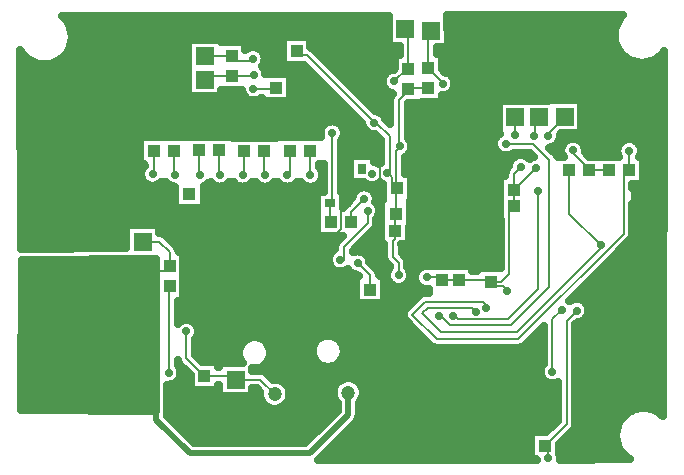
<source format=gbr>
G04 DipTrace 3.2.0.1*
G04 Bottom.gbr*
%MOMM*%
G04 #@! TF.FileFunction,Copper,L2,Bot*
G04 #@! TF.Part,Single*
G04 #@! TA.AperFunction,Conductor*
%ADD14C,0.2*%
%ADD15C,0.5*%
G04 #@! TA.AperFunction,CopperBalancing*
%ADD16C,0.635*%
%ADD17R,0.7X0.9*%
%ADD18R,0.9X0.7*%
%ADD19R,1.1X1.0*%
%ADD20R,1.0X1.1*%
G04 #@! TA.AperFunction,ComponentPad*
%ADD27R,1.2X1.2*%
%ADD28C,1.2*%
%ADD33R,1.5X1.5*%
G04 #@! TA.AperFunction,ViaPad*
%ADD43C,0.7*%
%ADD45C,1.6*%
%FSLAX35Y35*%
G04*
G71*
G90*
G75*
G01*
G04 Bottom*
%LPD*%
X-1182767Y3025200D2*
D14*
Y3021090D1*
X-1225660Y3063983D1*
Y3114533D1*
X-1262700Y3151573D1*
X-1182767Y3025200D2*
X-1186940D1*
Y3332447D1*
X-1144990Y3374397D1*
X-1158007D1*
X-1194270Y2662070D2*
Y2804647D1*
X-1193223D1*
X-916730Y3866030D2*
X-1079517D1*
X-1083793Y3861753D1*
X-2031413Y4183170D2*
Y4145857D1*
X-1943587D1*
X-1362497Y3564767D1*
X-1375380D1*
Y3576297D1*
X-1083793Y3861753D2*
X-1087077D1*
X-1050843Y3825520D1*
X-1106597D1*
X-1164073Y3768043D1*
Y3380463D1*
X-1158007Y3374397D1*
X-1375380Y3576297D2*
X-1358167D1*
X-1244043Y3462173D1*
Y3151573D1*
X-1262700D1*
X-1193223Y2804647D2*
Y3014743D1*
X-1182767Y3025200D1*
X-1166613Y2283997D2*
Y2391147D1*
X-1214327Y2438860D1*
Y2571240D1*
X-1194270Y2591297D1*
Y2662070D1*
X-3344433Y2305117D2*
X-3536050D1*
X-3540003Y2309070D1*
X-3727150D1*
X-3731103Y2313023D1*
X-3914550D1*
X-3914813Y2313287D1*
X-4109340D1*
X-4109603Y2313023D1*
Y2100850D1*
X-4105653Y2096900D1*
Y1882850D1*
X-4105913Y1882590D1*
Y1676567D1*
X-4109867Y1672613D1*
Y1470687D1*
X-4105393Y1466213D1*
Y1255457D1*
X-4100917Y1250980D1*
X-3910343D1*
X-3906127Y1255197D1*
X-3718203D1*
X-3717943Y1254937D1*
X-3518933D1*
X-3518673Y1255197D1*
X-3440330D1*
X-3438613Y1253480D1*
X-3333507D1*
X-3332307Y1254680D1*
X-4100917Y1250980D2*
X-4296550D1*
X-4301543Y1245987D1*
Y1449413D1*
X-4309917Y1457787D1*
Y1654177D1*
X-4291480Y1672613D1*
Y1886027D1*
X-4291220Y1886287D1*
Y2108963D1*
X-4289213Y2110970D1*
Y2296803D1*
X-4305437Y2313027D1*
X-4109603D1*
X-4105653Y2096900D2*
X-4275143D1*
X-4289213Y2110970D1*
X-4105913Y1882590D2*
X-4287523D1*
X-4291220Y1886287D1*
X-4109867Y1672613D2*
X-4291480D1*
X-4105393Y1466213D2*
X-4301490D1*
X-4309917Y1457787D1*
X-3103187Y2359123D2*
Y2318827D1*
X-3330723D1*
X-3344433Y2305117D1*
X-3103187Y2359123D2*
Y2477000D1*
X-3195160Y2568973D1*
X-3334267D1*
X-1593567Y1290190D2*
D15*
Y1101507D1*
X-1919857Y775217D1*
X-2934210D1*
X-3217500Y1058507D1*
Y1139873D1*
X-3332307Y1254680D1*
X-386747Y2225557D2*
D14*
Y2189003D1*
X-285810D1*
X-247560Y2150753D1*
X-191410Y2868850D2*
Y3006653D1*
X-191047D1*
X-657557Y2244430D2*
X-793717D1*
X-795953Y2246667D1*
X613990Y3173357D2*
X448493D1*
X447093Y3171957D1*
X-196073Y2987007D2*
X-204180D1*
X-2147Y3189040D1*
X-1117D1*
X447093Y3171957D2*
Y3181180D1*
X285263Y3343010D1*
X310723D1*
X-131693Y3203650D2*
X-128440D1*
X-193453Y3138637D1*
Y3004247D1*
X-191410Y2868850D2*
X-228117D1*
Y2294210D1*
X-296770Y2225557D1*
X-386747D1*
X-657557Y2244430D2*
X-405620D1*
X-386747Y2225557D1*
X-930290Y2265070D2*
X-814357D1*
X-795953Y2246667D1*
X-2814157Y1429467D2*
X-2966020Y1581330D1*
Y1807557D1*
X-2814157Y1429467D2*
X-2576193D1*
X-2547067Y1400340D1*
X-2338697D1*
X-2216303Y1277947D1*
X-2579037Y3972053D2*
Y3967167D1*
X-2409483D1*
X-2393257Y3983393D1*
X-2579037Y3972053D2*
X-2774040D1*
X-2807643Y3938450D1*
X-2579037Y4142053D2*
X-2802397D1*
X-2808167Y4136283D1*
X-2579037Y4142053D2*
Y4096477D1*
X-2420673D1*
X-2399763Y4117387D1*
X135070Y1466710D2*
Y1910137D1*
X215947Y1991013D1*
X-2031413Y4013170D2*
X-1910923D1*
X-1340360Y3442607D1*
X-2744817Y4303043D2*
X-2462540D1*
X-2034317Y3874820D1*
Y3869807D1*
X243573Y838830D2*
Y845490D1*
X376520Y978437D1*
Y1471403D1*
X-255213Y3161393D2*
Y3154890D1*
X-403450Y3006653D1*
X-361047D1*
X-1479927Y3053003D2*
Y3028507D1*
X-1615250Y2893183D1*
X-3331297Y2969157D2*
X-3110487D1*
X-3108003Y2971640D1*
X-1340360Y3442607D2*
Y3430143D1*
X-1323553Y3413337D1*
Y3047140D1*
X-1356447Y3014247D1*
X-1456140D1*
X-1479927Y3038033D1*
Y3053003D1*
X-1147517Y2549377D2*
X-1136963D1*
X-1024270Y2662070D1*
X-1615250Y2893183D2*
X-1650497D1*
Y2676200D1*
X-1710733Y2615963D1*
X-1927317D1*
X-1984787Y2673433D1*
Y2666617D1*
X-3108003Y2971640D2*
Y2653043D1*
X-3011887Y2556927D1*
X-2553693Y1141043D2*
X-2656063D1*
X-2755857Y1240837D1*
X-2669690Y1679417D2*
X-2734207D1*
X-2814157Y1599467D1*
X-1082510Y3180150D2*
Y3094943D1*
X-1012767Y3025200D1*
X-2669690Y1679417D2*
D15*
Y1687457D1*
X-2566180Y1790967D1*
X-2300867D1*
X-2216303Y1706403D1*
Y1477947D1*
X-1605810D1*
X-1593567Y1490190D1*
D14*
Y1803910D1*
X-1237403Y2160073D1*
X-1192807D1*
Y2033147D1*
X-1194043Y2031910D1*
X-1186633D1*
X-1152053Y2066490D1*
Y2178350D1*
X-913737Y2416667D1*
X-795953D1*
X-916730Y4036030D2*
X-793280Y3912580D1*
Y3904967D1*
X-916730Y4036030D2*
Y4329293D1*
X-892217Y4353807D1*
X-1083793Y4031753D2*
X-1096457D1*
X-1203937Y3924273D1*
X-1083793Y4031753D2*
Y4337343D1*
X-1110860Y4364410D1*
X-1919807Y3337740D2*
Y3137970D1*
X-1913877Y3132040D1*
X-2303883Y3332297D2*
Y3139910D1*
X-2297137Y3133163D1*
X-2689113Y3340160D2*
Y3141160D1*
X-2681517Y3133563D1*
X-3071323Y3337740D2*
Y3144833D1*
X-3060657Y3134167D1*
X277093Y3171957D2*
Y2805923D1*
X544013Y2539003D1*
Y2515927D1*
X-166597Y1805317D1*
X-810780D1*
X-968037Y1962573D1*
X-920670Y2009940D1*
X-543660D1*
X-509930Y1976210D1*
X783990Y3173357D2*
X784933Y3337077D1*
X783990Y3173357D2*
X738867Y3128233D1*
Y2953427D1*
Y2634990D1*
X-155227Y1740897D1*
X-841097D1*
X-1051403Y1951203D1*
X-943407Y2059200D1*
X-454583D1*
X-430350Y2034967D1*
Y2008507D1*
X-2396200Y3862890D2*
X-2211233D1*
X-2204317Y3869807D1*
X-1745250Y2893183D2*
Y2740200D1*
X-1739067Y2734017D1*
X-1728483Y3488000D2*
Y2909950D1*
X-1745250Y2893183D1*
X-1569067Y2734017D2*
Y2818950D1*
X-1458873Y2929143D1*
X-2089807Y3337740D2*
Y3150077D1*
X-2107783Y3132100D1*
X-2473883Y3332297D2*
Y3145830D1*
X-2487613Y3132100D1*
X-2859113Y3340160D2*
Y3137613D1*
X-2852643Y3131143D1*
X-3241323Y3337740D2*
Y3148207D1*
X-3248713Y3140817D1*
X-1407403Y2160073D2*
Y2282170D1*
X-1512990Y2387757D1*
X-3113170Y1456183D2*
Y2179140D1*
X-3103187Y2189123D1*
X73573Y838830D2*
X102423D1*
Y868307D1*
X254967Y1020850D1*
Y1897767D1*
X342177Y1984977D1*
X98360Y739983D2*
Y814043D1*
X73573Y838830D1*
X-1660043Y2415453D2*
X-1631573D1*
Y2520273D1*
X-1429227Y2722620D1*
Y2828887D1*
X-821050Y1934573D2*
X-807873D1*
X-735457Y1862157D1*
X-214550D1*
X108270Y2184977D1*
Y3261670D1*
X-27273Y3397213D1*
X-259910D1*
X-709850Y1936297D2*
X-692150D1*
X-665543Y1909690D1*
X-240193D1*
X16170Y2166053D1*
Y2998293D1*
X240537Y3627070D2*
X208793D1*
Y3592050D1*
X99513Y3482770D1*
Y3462963D1*
X24290Y3622463D2*
Y3585913D1*
X-11560Y3550063D1*
Y3461020D1*
X-16510D1*
X-177757Y3621220D2*
Y3468490D1*
X-177693Y3468427D1*
D43*
X-930290Y2265070D3*
X-1728483Y3488000D3*
X-1512990Y2387757D3*
X-509930Y1976210D3*
X-430350Y2008507D3*
X-1082510Y3180150D3*
X-3011887Y2556927D3*
X-1660043Y2415453D3*
X-1429227Y2828887D3*
X-1166613Y2283997D3*
X-1147517Y2549377D3*
X98360Y739983D3*
X215947Y1991013D3*
X342177Y1984977D3*
X-1392703Y3143940D3*
X-1458873Y2929143D3*
X-3331297Y2969157D3*
X-709850Y1936297D3*
X16170Y2998293D3*
X-821050Y1934573D3*
X-2669690Y1679417D3*
X-2755857Y1240837D3*
X-2966020Y1807557D3*
X-3113170Y1456183D3*
X784933Y3337077D3*
X310723Y3343010D3*
X544013Y2539003D3*
X-2396200Y3862890D3*
X-2393257Y3983393D3*
X-2399763Y4117387D3*
X-1158007Y3374397D3*
X-1262700Y3151573D3*
X-247560Y2150753D3*
X-1117Y3189040D3*
X-2744817Y4303043D3*
X-1340360Y3442607D3*
X-1375380Y3576297D3*
X99513Y3462963D3*
X-16510Y3461020D3*
X-177693Y3468427D3*
X-1203937Y3924273D3*
X-793280Y3904967D3*
X-1913877Y3132040D3*
X-2107783Y3132100D3*
X-2297137Y3133163D3*
X-2487613Y3132100D3*
X-2681517Y3133563D3*
X-2852643Y3131143D3*
X-3060657Y3134167D3*
X-3248713Y3140817D3*
X376520Y1471403D3*
D45*
X-4305437Y2313027D3*
X-4289213Y2110970D3*
X-4291220Y1886287D3*
X-4301543Y1245987D3*
X-4109603Y2313023D3*
X-3914813Y2313287D3*
X-3731103Y2313023D3*
X-3540003Y2309070D3*
X-3344433Y2305117D3*
X-4105653Y2096900D3*
X-4105913Y1882590D3*
X-4100917Y1250980D3*
X-3906127Y1255197D3*
X-3717943Y1254937D3*
X-3518673Y1255197D3*
X-3332307Y1254680D3*
X-4109867Y1672613D3*
X-4291480D3*
X-4309917Y1457787D3*
X-4105393Y1466213D3*
D43*
X-259910Y3397213D3*
X-131693Y3203650D3*
X-255213Y3161393D3*
X135070Y1466710D3*
X-1984787Y2666617D3*
X-1194043Y2031910D3*
X-3492660Y4061337D3*
X-3518043Y3110037D3*
X-1047113Y3018927D2*
D16*
X-340857D1*
X-1048937Y2955760D2*
X-341310D1*
X-1050760Y2892593D2*
X-341857D1*
X-1052490Y2829427D2*
X-342403D1*
X-1054313Y2766260D2*
X-342860D1*
X-1056137Y2703093D2*
X-343407D1*
X-1057960Y2639927D2*
X-343863D1*
X-1059693Y2576760D2*
X-344410D1*
X-1061513Y2513593D2*
X-344957D1*
X-1063337Y2450427D2*
X-345413D1*
X-1065160Y2387260D2*
X-345960D1*
X-886910Y2365957D2*
X-681663D1*
Y2363677D1*
X-543267Y2363720D1*
Y2354150D1*
X-339910Y2352480D1*
X-334017Y3075853D1*
X-1051773Y3081833D1*
X-1072290Y2358283D1*
X-966427Y2357517D1*
X-953470Y2361617D1*
X-938080Y2364053D1*
X-922500D1*
X-910247Y2362240D1*
X-910243Y2365957D1*
X-886910D1*
X-4353013Y2361500D2*
X-3229853D1*
X-4353287Y2298333D2*
X-3229853D1*
X-4353467Y2235167D2*
X-3229853D1*
X-4353650Y2172000D2*
X-3229853D1*
X-4353923Y2108833D2*
X-3229853D1*
X-4354107Y2045667D2*
X-3229853D1*
X-4354287Y1982500D2*
X-3229853D1*
X-4354560Y1919333D2*
X-3229853D1*
X-4354743Y1856167D2*
X-3229853D1*
X-4354927Y1793000D2*
X-3229853D1*
X-4355200Y1729833D2*
X-3229853D1*
X-4355380Y1666667D2*
X-3229853D1*
X-4355563Y1603500D2*
X-3229853D1*
X-4355837Y1540333D2*
X-3229853D1*
X-4356020Y1477167D2*
X-3229853D1*
X-4356203Y1414000D2*
X-3229853D1*
X-4356477Y1350833D2*
X-3229853D1*
X-4356657Y1287667D2*
X-3229853D1*
X-4356840Y1224500D2*
X-3229853D1*
X-4357113Y1161333D2*
X-3229853D1*
X-4359230Y2411623D2*
X-4363493Y1141057D1*
X-3223467Y1132670D1*
X-3223493Y2424393D1*
X-4359167Y2411597D1*
X-3962583Y4422747D2*
X-1256493D1*
X-746593D2*
X681633D1*
X-3935510Y4359580D2*
X-1256493D1*
X-746593D2*
X659757D1*
X-3927947Y4296413D2*
X-2152090D1*
X-1910797D2*
X-1256493D1*
X-746593D2*
X656383D1*
X-3937973Y4233247D2*
X-2953810D1*
X-2458403D2*
X-2152090D1*
X-1910797D2*
X-1256493D1*
X-746593D2*
X670787D1*
X-3968233Y4170080D2*
X-2953810D1*
X-2309287D2*
X-2152090D1*
X-1856383D2*
X-1164437D1*
X-836097D2*
X707153D1*
X-4365537Y4106913D2*
X-4300307D1*
X-4032400D2*
X-2953810D1*
X-2294703D2*
X-2152090D1*
X-1793220D2*
X-1204450D1*
X-796083D2*
X786907D1*
X1001130D2*
X1075837D1*
X-4365357Y4043747D2*
X-2953810D1*
X-2308103D2*
X-1952847D1*
X-1730057D2*
X-1204450D1*
X-796083D2*
X1075563D1*
X-4365263Y3980580D2*
X-2953263D1*
X-2078690D2*
X-1889683D1*
X-1666890D2*
X-1292040D1*
X-722620D2*
X1075290D1*
X-4365083Y3917413D2*
X-2953263D1*
X-2078690D2*
X-1826520D1*
X-1603727D2*
X-1309357D1*
X-688440D2*
X1075017D1*
X-4364990Y3854247D2*
X-2953263D1*
X-2078690D2*
X-1763353D1*
X-1540563D2*
X-1280647D1*
X-701567D2*
X1074743D1*
X-4364807Y3791080D2*
X-2471103D1*
X-2078690D2*
X-1700190D1*
X-1477400D2*
X-1241090D1*
X-796083D2*
X1074470D1*
X-4364717Y3727913D2*
X-1637027D1*
X-1414237D2*
X-1244733D1*
X-1083467D2*
X-323433D1*
X386167D2*
X1074197D1*
X-4364533Y3664747D2*
X-1573863D1*
X-1323910D2*
X-1244733D1*
X-1083467D2*
X-323433D1*
X386167D2*
X1073923D1*
X-4364443Y3601580D2*
X-1510700D1*
X-1083467D2*
X-323433D1*
X386167D2*
X1073650D1*
X-4364260Y3538413D2*
X-1820413D1*
X-1636630D2*
X-1473510D1*
X-1083467D2*
X-323433D1*
X386167D2*
X1073377D1*
X-4364170Y3475247D2*
X-1833263D1*
X-1623690D2*
X-1368510D1*
X-1083467D2*
X-327627D1*
X204423D2*
X1073013D1*
X-4363987Y3412080D2*
X-3366973D1*
X-1647843D2*
X-1324670D1*
X-1059770D2*
X-364450D1*
X191117D2*
X233013D1*
X388447D2*
X713533D1*
X856390D2*
X1072740D1*
X-4363897Y3348913D2*
X-3366973D1*
X-1647843D2*
X-1324670D1*
X-1055667D2*
X-353057D1*
X132417D2*
X204850D1*
X416157D2*
X679993D1*
X889840D2*
X1072467D1*
X-4363713Y3285747D2*
X-3366973D1*
X-1647843D2*
X-1588537D1*
X-1371307D2*
X-1324670D1*
X-1106343D2*
X-193913D1*
X-69470D2*
X-29943D1*
X909620D2*
X1072193D1*
X-4363623Y3222580D2*
X-3324590D1*
X-1647843D2*
X-1588537D1*
X-1106343D2*
X-235477D1*
X909620D2*
X1071920D1*
X-4363440Y3159413D2*
X-3352573D1*
X-1647843D2*
X-1588537D1*
X-1106343D2*
X-271117D1*
X909620D2*
X1071647D1*
X-4363350Y3096247D2*
X-3343823D1*
X-1647843D2*
X-1588537D1*
X-1057127D2*
X-316687D1*
X909620D2*
X1071373D1*
X-4363167Y3033080D2*
X-3066650D1*
X-2809403D2*
X-2501270D1*
X-2473940D2*
X-2121467D1*
X-2094080D2*
X-1809110D1*
X-1647843D2*
X-1308447D1*
X-1057127D2*
X-316687D1*
X819477D2*
X1071100D1*
X-4363077Y2969913D2*
X-3066650D1*
X-2809403D2*
X-1860880D1*
X-1629613D2*
X-1555723D1*
X-1362010D2*
X-1308447D1*
X-1057127D2*
X-317053D1*
X843173D2*
X1070827D1*
X-4362893Y2906747D2*
X-3066650D1*
X-2809403D2*
X-1860880D1*
X-1629613D2*
X-1592640D1*
X-1355810D2*
X-1318837D1*
X-1067607D2*
X-317053D1*
X832873D2*
X1070550D1*
X-4362803Y2843580D2*
X-1864710D1*
X-1067607D2*
X-317053D1*
X819477D2*
X1070277D1*
X-4362620Y2780413D2*
X-1864710D1*
X-1067607D2*
X-317053D1*
X819477D2*
X1070003D1*
X-4362530Y2717247D2*
X-1864710D1*
X-1067607D2*
X-308757D1*
X819477D2*
X1069730D1*
X-4362347Y2654080D2*
X-3479903D1*
X-3188663D2*
X-1864710D1*
X-1386343D2*
X-1319930D1*
X-1068610D2*
X-308757D1*
X819477D2*
X1069457D1*
X-4362257Y2590913D2*
X-3479903D1*
X-3105720D2*
X-1672300D1*
X-1449510D2*
X-1319930D1*
X-1068610D2*
X-308757D1*
X804983D2*
X1069183D1*
X-4362073Y2527747D2*
X-3479903D1*
X-3042557D2*
X-1711857D1*
X-1512673D2*
X-1294957D1*
X-1133690D2*
X-308757D1*
X743003D2*
X1068910D1*
X-2982583Y2464580D2*
X-1752690D1*
X-1443767D2*
X-1294957D1*
X-1128677D2*
X-308757D1*
X679840D2*
X1068637D1*
X-2982583Y2401413D2*
X-1764723D1*
X-1408310D2*
X-1284840D1*
X-1086657D2*
X-308757D1*
X616677D2*
X1068363D1*
X-2982583Y2338247D2*
X-1728810D1*
X-1352073D2*
X-1256127D1*
X-1077087D2*
X-1003747D1*
X553513D2*
X1068090D1*
X-2982583Y2275080D2*
X-1511700D1*
X-1326737D2*
X-1271897D1*
X490347D2*
X1067817D1*
X-2982583Y2211913D2*
X-1533030D1*
X-1281800D2*
X-1241270D1*
X-1091943D2*
X-1020517D1*
X427183D2*
X1067543D1*
X-2982583Y2148747D2*
X-1533030D1*
X-1281800D2*
X-916610D1*
X364020D2*
X1067270D1*
X-2982583Y2085580D2*
X-1533030D1*
X-1281800D2*
X-1028447D1*
X300857D2*
X1066997D1*
X-3032530Y2022413D2*
X-1091610D1*
X440490D2*
X1066723D1*
X-3032530Y1959247D2*
X-1131623D1*
X444410D2*
X1066450D1*
X-2914677Y1896080D2*
X-1107650D1*
X392730D2*
X1066177D1*
X-2863637Y1832913D2*
X-1044487D1*
X335583D2*
X1065903D1*
X-2867830Y1769747D2*
X-1795620D1*
X-1731513D2*
X-981323D1*
X-14963D2*
X54457D1*
X335583D2*
X1065630D1*
X-2885420Y1706580D2*
X-2498810D1*
X-2273833D2*
X-1884123D1*
X-1643010D2*
X-918160D1*
X-78130D2*
X54457D1*
X335583D2*
X1065357D1*
X-2885420Y1643413D2*
X-2523783D1*
X-2248767D2*
X-1901987D1*
X-1625147D2*
X54457D1*
X335583D2*
X1065083D1*
X-2853520Y1580247D2*
X-2515853D1*
X-2256787D2*
X-1887587D1*
X-1639547D2*
X54457D1*
X335583D2*
X1064810D1*
X-2308193Y1517080D2*
X-1817770D1*
X-1709367D2*
X43157D1*
X335583D2*
X1064537D1*
X-3007557Y1453913D2*
X-2949983D1*
X-2280850D2*
X30213D1*
X335583D2*
X1064263D1*
X-3032167Y1390747D2*
X-2934760D1*
X-2157803D2*
X-1672937D1*
X-1514130D2*
X64757D1*
X335583D2*
X1063990D1*
X-3121123Y1327580D2*
X-2934760D1*
X-2096007D2*
X-1718420D1*
X-1468650D2*
X174313D1*
X335583D2*
X1063717D1*
X-3121123Y1264413D2*
X-2692677D1*
X-2401437D2*
X-2346233D1*
X-2086437D2*
X-1721520D1*
X-1465640D2*
X174313D1*
X335583D2*
X1063443D1*
X-3121123Y1201247D2*
X-2320437D1*
X-2112140D2*
X-1689163D1*
X-1497907D2*
X174313D1*
X335583D2*
X1063170D1*
X-3121123Y1138080D2*
X-1689617D1*
X-1497907D2*
X174313D1*
X335583D2*
X804953D1*
X1009880D2*
X1062897D1*
X-3101253Y1074913D2*
X-1752783D1*
X-1502010D2*
X174313D1*
X335583D2*
X722373D1*
X-3038090Y1011747D2*
X-1815947D1*
X-1550680D2*
X134483D1*
X335037D2*
X685097D1*
X-2974927Y948580D2*
X-1879110D1*
X-1613843D2*
X-52090D1*
X294110D2*
X669967D1*
X-2911760Y885413D2*
X-1942273D1*
X-1677010D2*
X-52090D1*
X230947D2*
X672700D1*
X-1740173Y822247D2*
X-52090D1*
X199227D2*
X693847D1*
X-1803337Y759080D2*
X-52090D1*
X202143D2*
X740693D1*
X-1558883Y3295293D2*
X-1377637D1*
X-1377170Y3242007D1*
X-1362020Y3238370D1*
X-1347627Y3232407D1*
X-1332167Y3222550D1*
X-1318353Y3233710D1*
X-1318333Y3431483D1*
X-1364570Y3477637D1*
X-1375380Y3477007D1*
X-1390913Y3478230D1*
X-1406063Y3481867D1*
X-1420457Y3487830D1*
X-1433740Y3495970D1*
X-1445590Y3506087D1*
X-1455707Y3517937D1*
X-1463847Y3531220D1*
X-1469810Y3545613D1*
X-1473447Y3560763D1*
X-1474490Y3571700D1*
X-1966653Y4063863D1*
X-2145703Y4063880D1*
Y4302460D1*
X-1917123D1*
Y4215233D1*
X-1904770Y4209200D1*
X-1895340Y4202347D1*
X-1742563Y4049897D1*
X-1367590Y3675280D1*
X-1352200Y3672843D1*
X-1337383Y3668030D1*
X-1323500Y3660957D1*
X-1310897Y3651797D1*
X-1299880Y3640780D1*
X-1290720Y3628177D1*
X-1283647Y3614293D1*
X-1279833Y3603023D1*
X-1238413Y3561607D1*
X-1238133Y3773873D1*
X-1236310Y3785387D1*
X-1232710Y3796473D1*
X-1227417Y3806860D1*
X-1220563Y3816290D1*
X-1216587Y3820590D1*
X-1219470Y3826207D1*
X-1234620Y3829843D1*
X-1249013Y3835807D1*
X-1262297Y3843947D1*
X-1274147Y3854063D1*
X-1284263Y3865913D1*
X-1292403Y3879197D1*
X-1298367Y3893590D1*
X-1302003Y3908740D1*
X-1303227Y3924273D1*
X-1302003Y3939807D1*
X-1298367Y3954957D1*
X-1292403Y3969350D1*
X-1284263Y3982633D1*
X-1274147Y3994483D1*
X-1262297Y4004600D1*
X-1249013Y4012740D1*
X-1234620Y4018703D1*
X-1219470Y4022340D1*
X-1209930Y4023327D1*
X-1198140Y4035130D1*
X-1198083Y4151043D1*
X-1158070D1*
X-1158237Y4225120D1*
X-1250150D1*
Y4482387D1*
X-4016750Y4478147D1*
X-4002250Y4464863D1*
X-3989880Y4451483D1*
X-3978597Y4437173D1*
X-3968473Y4422020D1*
X-3959570Y4406120D1*
X-3951940Y4389570D1*
X-3945633Y4372473D1*
X-3940687Y4354937D1*
X-3937130Y4337063D1*
X-3934990Y4318967D1*
X-3934273Y4300757D1*
X-3934990Y4282547D1*
X-3937130Y4264450D1*
X-3940687Y4246577D1*
X-3945633Y4229040D1*
X-3951940Y4211943D1*
X-3959570Y4195393D1*
X-3968473Y4179493D1*
X-3978597Y4164340D1*
X-3989880Y4150030D1*
X-4002250Y4136650D1*
X-4015630Y4124280D1*
X-4029940Y4112997D1*
X-4045093Y4102873D1*
X-4060993Y4093970D1*
X-4077543Y4086340D1*
X-4094640Y4080033D1*
X-4112177Y4075087D1*
X-4130050Y4071530D1*
X-4148147Y4069390D1*
X-4166357Y4068673D1*
X-4184567Y4069390D1*
X-4202663Y4071530D1*
X-4220537Y4075087D1*
X-4238073Y4080033D1*
X-4255170Y4086340D1*
X-4271720Y4093970D1*
X-4287620Y4102873D1*
X-4302773Y4112997D1*
X-4317083Y4124280D1*
X-4330463Y4136650D1*
X-4342833Y4150030D1*
X-4354117Y4164340D1*
X-4364240Y4179493D1*
X-4372067Y4193467D1*
X-4368260Y2507540D1*
X-3473540Y2517557D1*
X-3473557Y2708263D1*
X-3194977D1*
Y2643277D1*
X-3183540Y2642350D1*
X-3172203Y2639627D1*
X-3161433Y2635167D1*
X-3151493Y2629077D1*
X-3142613Y2621487D1*
X-3046697Y2525247D1*
X-3039843Y2515817D1*
X-3034550Y2505430D1*
X-3030950Y2494343D1*
X-3029123Y2482807D1*
X-3007477Y2478413D1*
X-2988897D1*
Y2069833D1*
X-3038937D1*
X-3038880Y1874987D1*
X-3030503Y1883057D1*
X-3017900Y1892217D1*
X-3004017Y1899290D1*
X-2989200Y1904103D1*
X-2973810Y1906540D1*
X-2958230D1*
X-2942840Y1904103D1*
X-2928023Y1899290D1*
X-2914140Y1892217D1*
X-2901537Y1883057D1*
X-2890520Y1872040D1*
X-2881360Y1859437D1*
X-2874287Y1845553D1*
X-2869473Y1830737D1*
X-2867037Y1815347D1*
Y1799767D1*
X-2869473Y1784377D1*
X-2874287Y1769560D1*
X-2881360Y1755677D1*
X-2891740Y1741753D1*
X-2891730Y1612050D1*
X-2828350Y1548723D1*
X-2699867Y1548757D1*
Y1503820D1*
X-2686280Y1503757D1*
X-2686357Y1539630D1*
X-2484467D1*
X-2493160Y1550310D1*
X-2503990Y1567983D1*
X-2511923Y1587130D1*
X-2516760Y1607283D1*
X-2518387Y1627947D1*
X-2516760Y1648610D1*
X-2511923Y1668763D1*
X-2503990Y1687910D1*
X-2493160Y1705583D1*
X-2479700Y1721343D1*
X-2463940Y1734803D1*
X-2446267Y1745633D1*
X-2427120Y1753567D1*
X-2406967Y1758403D1*
X-2386303Y1760030D1*
X-2365640Y1758403D1*
X-2345487Y1753567D1*
X-2326340Y1745633D1*
X-2308667Y1734803D1*
X-2292907Y1721343D1*
X-2279447Y1705583D1*
X-2268617Y1687910D1*
X-2260683Y1668763D1*
X-2255847Y1648610D1*
X-2254220Y1627947D1*
X-2255847Y1607283D1*
X-2260683Y1587130D1*
X-2268617Y1567983D1*
X-2279447Y1550310D1*
X-2292907Y1534550D1*
X-2308667Y1521090D1*
X-2326340Y1510260D1*
X-2345487Y1502327D1*
X-2365640Y1497490D1*
X-2386303Y1495863D1*
X-2407800Y1497657D1*
X-2407777Y1474643D1*
X-2332867Y1474400D1*
X-2321353Y1472577D1*
X-2310267Y1468977D1*
X-2299880Y1463683D1*
X-2290450Y1456830D1*
X-2234283Y1400990D1*
X-2216303Y1402237D1*
X-2196860Y1400707D1*
X-2177897Y1396153D1*
X-2159877Y1388690D1*
X-2143247Y1378500D1*
X-2128417Y1365833D1*
X-2115750Y1351003D1*
X-2105560Y1334373D1*
X-2098097Y1316353D1*
X-2093543Y1297390D1*
X-2092013Y1277947D1*
X-2093543Y1258503D1*
X-2098097Y1239540D1*
X-2105560Y1221520D1*
X-2115750Y1204890D1*
X-2128417Y1190060D1*
X-2143247Y1177393D1*
X-2159877Y1167203D1*
X-2177897Y1159740D1*
X-2196860Y1155187D1*
X-2216303Y1153657D1*
X-2235747Y1155187D1*
X-2254710Y1159740D1*
X-2272730Y1167203D1*
X-2289360Y1177393D1*
X-2304190Y1190060D1*
X-2316857Y1204890D1*
X-2327047Y1221520D1*
X-2334510Y1239540D1*
X-2339063Y1258503D1*
X-2340593Y1277947D1*
X-2339247Y1295837D1*
X-2369440Y1326023D1*
X-2407693Y1326050D1*
X-2407777Y1261050D1*
X-2686357D1*
Y1355203D1*
X-2699877Y1355177D1*
X-2699867Y1310177D1*
X-2928447D1*
Y1438783D1*
X-3022510Y1533083D1*
X-3029363Y1542513D1*
X-3034657Y1552900D1*
X-3038263Y1564010D1*
X-3038880Y1522070D1*
X-3028510Y1508063D1*
X-3021437Y1494180D1*
X-3016623Y1479363D1*
X-3014187Y1463973D1*
Y1448393D1*
X-3016623Y1433003D1*
X-3021437Y1418187D1*
X-3028510Y1404303D1*
X-3037670Y1391700D1*
X-3048687Y1380683D1*
X-3061290Y1371523D1*
X-3075173Y1364450D1*
X-3089990Y1359637D1*
X-3105380Y1357200D1*
X-3120960D1*
X-3127463Y1357970D1*
X-3127693Y1095143D1*
X-2897273Y864553D1*
X-1956853Y864507D1*
X-1682850Y1138497D1*
X-1682857Y1203680D1*
X-1694120Y1217133D1*
X-1704310Y1233763D1*
X-1711773Y1251783D1*
X-1716327Y1270747D1*
X-1717857Y1290190D1*
X-1716327Y1309633D1*
X-1711773Y1328597D1*
X-1704310Y1346617D1*
X-1694120Y1363247D1*
X-1681453Y1378077D1*
X-1666623Y1390743D1*
X-1649993Y1400933D1*
X-1631973Y1408397D1*
X-1613010Y1412950D1*
X-1593567Y1414480D1*
X-1574123Y1412950D1*
X-1555160Y1408397D1*
X-1537140Y1400933D1*
X-1520510Y1390743D1*
X-1505680Y1378077D1*
X-1493013Y1363247D1*
X-1482823Y1346617D1*
X-1475360Y1328597D1*
X-1470807Y1309633D1*
X-1469277Y1290190D1*
X-1470807Y1270747D1*
X-1475360Y1251783D1*
X-1482823Y1233763D1*
X-1493013Y1217133D1*
X-1504257Y1203843D1*
X-1504550Y1094500D1*
X-1506743Y1080663D1*
X-1511073Y1067337D1*
X-1517433Y1054853D1*
X-1525670Y1043517D1*
X-1629423Y939373D1*
X-1848767Y720033D1*
X577Y722843D1*
X283Y724543D1*
X-45717Y724540D1*
Y953120D1*
X82160D1*
X180660Y1051607D1*
X180147Y1378243D1*
X165753Y1372280D1*
X150603Y1368643D1*
X135070Y1367420D1*
X119537Y1368643D1*
X104387Y1372280D1*
X89993Y1378243D1*
X76710Y1386383D1*
X64860Y1396500D1*
X54743Y1408350D1*
X46603Y1421633D1*
X40640Y1436027D1*
X37003Y1451177D1*
X35780Y1466710D1*
X37003Y1482243D1*
X40640Y1497393D1*
X46603Y1511787D1*
X54743Y1525070D1*
X60790Y1532513D1*
X60780Y1851800D1*
X-106980Y1684407D1*
X-116410Y1677553D1*
X-126797Y1672260D1*
X-137883Y1668660D1*
X-149397Y1666837D1*
X-365227Y1666607D1*
X-846927Y1666837D1*
X-858440Y1668660D1*
X-869527Y1672260D1*
X-879913Y1677553D1*
X-889343Y1684407D1*
X-1042120Y1836857D1*
X-1107893Y1902957D1*
X-1114747Y1912387D1*
X-1120040Y1922773D1*
X-1123640Y1933860D1*
X-1125463Y1945373D1*
Y1957033D1*
X-1123640Y1968547D1*
X-1120040Y1979633D1*
X-1114747Y1990020D1*
X-1107893Y1999450D1*
X-995937Y2111730D1*
X-987073Y2119303D1*
X-977133Y2125393D1*
X-966363Y2129853D1*
X-955027Y2132577D1*
X-943407Y2133490D1*
X-910320D1*
X-910243Y2167753D1*
X-922500Y2166087D1*
X-938080D1*
X-953470Y2168523D1*
X-968287Y2173337D1*
X-982170Y2180410D1*
X-994773Y2189570D1*
X-1005790Y2200587D1*
X-1014950Y2213190D1*
X-1022023Y2227073D1*
X-1026837Y2241890D1*
X-1029273Y2257280D1*
Y2272860D1*
X-1026837Y2288250D1*
X-1022023Y2303067D1*
X-1014950Y2316950D1*
X-1005790Y2329553D1*
X-994773Y2340570D1*
X-982170Y2349730D1*
X-968287Y2356803D1*
X-953470Y2361617D1*
X-938080Y2364053D1*
X-922500D1*
X-910247Y2362240D1*
X-910243Y2365957D1*
X-681663D1*
Y2363677D1*
X-543267Y2363720D1*
Y2318783D1*
X-501060Y2318720D1*
X-501037Y2344847D1*
X-302430D1*
X-302407Y2754587D1*
X-310700Y2754560D1*
X-310337Y3120943D1*
X-267770D1*
X-267513Y3144467D1*
X-265690Y3155980D1*
X-262090Y3167067D1*
X-256797Y3177453D1*
X-249943Y3186883D1*
X-230677Y3211440D1*
X-228240Y3226830D1*
X-223427Y3241647D1*
X-216353Y3255530D1*
X-207193Y3268133D1*
X-196177Y3279150D1*
X-183573Y3288310D1*
X-169690Y3295383D1*
X-154873Y3300197D1*
X-139483Y3302633D1*
X-123903D1*
X-108513Y3300197D1*
X-93697Y3295383D1*
X-79813Y3288310D1*
X-67210Y3279150D1*
X-58197Y3270303D1*
X-46193Y3277507D1*
X-31800Y3283470D1*
X-21280Y3286187D1*
X-58017Y3322893D1*
X-193980Y3322923D1*
X-208030Y3312553D1*
X-221913Y3305480D1*
X-236730Y3300667D1*
X-252120Y3298230D1*
X-267700D1*
X-283090Y3300667D1*
X-297907Y3305480D1*
X-311790Y3312553D1*
X-324393Y3321713D1*
X-335410Y3332730D1*
X-344570Y3345333D1*
X-351643Y3359217D1*
X-356457Y3374033D1*
X-358893Y3389423D1*
Y3405003D1*
X-356457Y3420393D1*
X-351643Y3435210D1*
X-344570Y3449093D1*
X-335410Y3461697D1*
X-324393Y3472713D1*
X-311710Y3481917D1*
X-317047Y3481930D1*
Y3760510D1*
X-114977D1*
X-115000Y3761753D1*
X101290D1*
X101247Y3766360D1*
X379827D1*
Y3487780D1*
X209657D1*
X198497Y3470753D1*
Y3455173D1*
X196060Y3439783D1*
X191247Y3424967D1*
X184173Y3411083D1*
X175013Y3398480D1*
X163997Y3387463D1*
X151393Y3378303D1*
X137510Y3371230D1*
X122693Y3366417D1*
X110600Y3364370D1*
X164760Y3309917D1*
X171613Y3300487D1*
X176913Y3290077D1*
X181137Y3286247D1*
X229170D1*
X222257Y3297933D1*
X216293Y3312327D1*
X211887Y3331390D1*
X210973Y3343010D1*
X211893Y3354653D1*
X216293Y3373693D1*
X222257Y3388087D1*
X230397Y3401370D1*
X240513Y3413220D1*
X252363Y3423337D1*
X265647Y3431477D1*
X280040Y3437440D1*
X295190Y3441077D1*
X310723Y3442300D1*
X326257Y3441077D1*
X341407Y3437440D1*
X355800Y3431477D1*
X369083Y3423337D1*
X380933Y3413220D1*
X391050Y3401370D1*
X399190Y3388087D1*
X405153Y3373693D1*
X408790Y3358543D1*
X410013Y3343010D1*
X408310Y3325057D1*
X447037Y3286300D1*
X494690Y3286247D1*
X494700Y3287647D1*
X698880D1*
X693200Y3299080D1*
X688387Y3313897D1*
X685950Y3329287D1*
Y3344867D1*
X688387Y3360257D1*
X693200Y3375073D1*
X700273Y3388957D1*
X709433Y3401560D1*
X720450Y3412577D1*
X733053Y3421737D1*
X746937Y3428810D1*
X761753Y3433623D1*
X777143Y3436060D1*
X792723D1*
X808113Y3433623D1*
X822930Y3428810D1*
X836813Y3421737D1*
X849417Y3412577D1*
X860433Y3401560D1*
X869593Y3388957D1*
X876667Y3375073D1*
X881480Y3360257D1*
X883917Y3344867D1*
Y3329287D1*
X881480Y3313897D1*
X876667Y3299080D1*
X870977Y3287670D1*
X903280Y3287647D1*
Y3059067D1*
X813137D1*
X813157Y3019313D1*
X823527Y3005307D1*
X830600Y2991423D1*
X835413Y2976607D1*
X837850Y2961217D1*
Y2945637D1*
X835413Y2930247D1*
X830600Y2915430D1*
X823527Y2901547D1*
X813147Y2887623D1*
X812927Y2629160D1*
X811103Y2617647D1*
X807503Y2606560D1*
X802210Y2596173D1*
X795357Y2586743D1*
X642907Y2433967D1*
X277667Y2068730D1*
X282643Y2064467D1*
X297100Y2073443D1*
X311493Y2079407D1*
X326643Y2083043D1*
X342177Y2084267D1*
X357710Y2083043D1*
X372860Y2079407D1*
X387253Y2073443D1*
X400537Y2065303D1*
X412387Y2055187D1*
X422503Y2043337D1*
X430643Y2030053D1*
X436607Y2015660D1*
X440243Y2000510D1*
X441467Y1984977D1*
X440243Y1969443D1*
X436607Y1954293D1*
X430643Y1939900D1*
X422503Y1926617D1*
X412387Y1914767D1*
X400537Y1904650D1*
X387253Y1896510D1*
X372860Y1890547D1*
X357710Y1886910D1*
X348170Y1885923D1*
X329290Y1867030D1*
X329027Y1015020D1*
X327203Y1003507D1*
X323603Y992420D1*
X318310Y982033D1*
X311457Y972603D1*
X192840Y853663D1*
X192863Y770373D1*
X196427Y755517D1*
X197650Y739983D1*
X196173Y723167D1*
X794457Y724050D1*
X770977Y739067D1*
X756667Y750350D1*
X743287Y762720D1*
X730917Y776100D1*
X719633Y790410D1*
X709510Y805563D1*
X700607Y821463D1*
X692977Y838013D1*
X686670Y855110D1*
X681723Y872647D1*
X678167Y890520D1*
X676027Y908617D1*
X675310Y926827D1*
X676027Y945037D1*
X678167Y963133D1*
X681723Y981007D1*
X686670Y998543D1*
X692977Y1015640D1*
X700607Y1032190D1*
X709510Y1048090D1*
X719633Y1063243D1*
X730917Y1077553D1*
X743287Y1090933D1*
X756667Y1103303D1*
X770977Y1114587D1*
X786130Y1124710D1*
X802030Y1133613D1*
X818580Y1141243D1*
X835677Y1147550D1*
X853213Y1152497D1*
X871087Y1156053D1*
X889183Y1158193D1*
X907393Y1158910D1*
X925603Y1158193D1*
X943700Y1156053D1*
X961573Y1152497D1*
X979110Y1147550D1*
X996207Y1141243D1*
X1012757Y1133613D1*
X1028657Y1124710D1*
X1043810Y1114587D1*
X1058120Y1103303D1*
X1069043Y1093207D1*
X1082487Y4180563D1*
X1070493Y4165247D1*
X1058123Y4151867D1*
X1044743Y4139497D1*
X1030433Y4128213D1*
X1015280Y4118090D1*
X999380Y4109187D1*
X982830Y4101557D1*
X965733Y4095250D1*
X948197Y4090303D1*
X930323Y4086747D1*
X912227Y4084607D1*
X894017Y4083890D1*
X875807Y4084607D1*
X857710Y4086747D1*
X839837Y4090303D1*
X822300Y4095250D1*
X805203Y4101557D1*
X788653Y4109187D1*
X772753Y4118090D1*
X757600Y4128213D1*
X743290Y4139497D1*
X729910Y4151867D1*
X717540Y4165247D1*
X706257Y4179557D1*
X696133Y4194710D1*
X687230Y4210610D1*
X679600Y4227160D1*
X673293Y4244257D1*
X668347Y4261793D1*
X664790Y4279667D1*
X662650Y4297763D1*
X661933Y4315973D1*
X662650Y4334183D1*
X664790Y4352280D1*
X668347Y4370153D1*
X673293Y4387690D1*
X679600Y4404787D1*
X687230Y4421337D1*
X696133Y4437237D1*
X706257Y4452390D1*
X717540Y4466700D1*
X735607Y4485347D1*
X-753003Y4483087D1*
X-752927Y4214517D1*
X-842523D1*
X-842440Y4155297D1*
X-802440Y4155320D1*
Y4026713D1*
X-778803Y4003167D1*
X-762597Y3999397D1*
X-748203Y3993433D1*
X-734920Y3985293D1*
X-723070Y3975177D1*
X-712953Y3963327D1*
X-704813Y3950043D1*
X-698850Y3935650D1*
X-695213Y3920500D1*
X-693990Y3904967D1*
X-695213Y3889433D1*
X-698850Y3874283D1*
X-704813Y3859890D1*
X-712953Y3846607D1*
X-723070Y3834757D1*
X-734920Y3824640D1*
X-748203Y3816500D1*
X-762597Y3810537D1*
X-777747Y3806900D1*
X-793280Y3805677D1*
X-802430Y3806143D1*
X-802440Y3746740D1*
X-969510D1*
X-969503Y3742463D1*
X-1084620D1*
X-1089837Y3737220D1*
X-1089783Y3446573D1*
X-1077680Y3432757D1*
X-1069540Y3419473D1*
X-1063577Y3405080D1*
X-1059940Y3389930D1*
X-1058717Y3374397D1*
X-1059940Y3358863D1*
X-1063577Y3343713D1*
X-1069540Y3329320D1*
X-1077680Y3316037D1*
X-1087797Y3304187D1*
X-1099647Y3294070D1*
X-1112650Y3285780D1*
Y3139490D1*
X-1063477D1*
Y2910910D1*
X-1073957D1*
X-1073933Y2690357D1*
X-1074937D1*
X-1074980Y2547780D1*
X-1134167Y2547630D1*
X-1137793Y2543033D1*
X-1140037Y2524573D1*
Y2469613D1*
X-1110123Y2439393D1*
X-1103270Y2429963D1*
X-1097977Y2419577D1*
X-1094377Y2408490D1*
X-1092553Y2396977D1*
X-1092323Y2349857D1*
X-1081953Y2335877D1*
X-1074880Y2321993D1*
X-1070067Y2307177D1*
X-1067630Y2291787D1*
Y2276207D1*
X-1070067Y2260817D1*
X-1074880Y2246000D1*
X-1081953Y2232117D1*
X-1091113Y2219513D1*
X-1102130Y2208497D1*
X-1114733Y2199337D1*
X-1128617Y2192263D1*
X-1143433Y2187450D1*
X-1158823Y2185013D1*
X-1174403D1*
X-1189793Y2187450D1*
X-1204610Y2192263D1*
X-1218493Y2199337D1*
X-1231097Y2208497D1*
X-1242113Y2219513D1*
X-1251273Y2232117D1*
X-1258347Y2246000D1*
X-1263160Y2260817D1*
X-1265597Y2276207D1*
Y2291787D1*
X-1263160Y2307177D1*
X-1258347Y2321993D1*
X-1251273Y2335877D1*
X-1240893Y2349800D1*
X-1240903Y2360287D1*
X-1270817Y2390613D1*
X-1277670Y2400043D1*
X-1282963Y2410430D1*
X-1286563Y2421517D1*
X-1288387Y2433030D1*
X-1288617Y2547780D1*
X-1313560D1*
Y2776360D1*
X-1312557D1*
X-1312513Y2918937D1*
X-1302030D1*
X-1302057Y3060480D1*
X-1314580Y3066913D1*
X-1323237Y3072963D1*
X-1334343Y3063613D1*
X-1347627Y3055473D1*
X-1362020Y3049510D1*
X-1377170Y3045873D1*
X-1392703Y3044650D1*
X-1408237Y3045873D1*
X-1423387Y3049510D1*
X-1437780Y3055473D1*
X-1451063Y3063613D1*
X-1459670Y3070733D1*
X-1582217Y3070713D1*
Y3295293D1*
X-1558883D1*
X-1831207Y2992473D2*
X-1802860D1*
X-1802773Y3223400D1*
X-1844903Y3223450D1*
X-1844907Y3203427D1*
X-1833550Y3190400D1*
X-1825410Y3177117D1*
X-1819447Y3162723D1*
X-1815810Y3147573D1*
X-1814587Y3132040D1*
X-1815810Y3116507D1*
X-1819447Y3101357D1*
X-1825410Y3086963D1*
X-1833550Y3073680D1*
X-1843667Y3061830D1*
X-1855517Y3051713D1*
X-1868800Y3043573D1*
X-1883193Y3037610D1*
X-1898343Y3033973D1*
X-1913877Y3032750D1*
X-1929410Y3033973D1*
X-1944560Y3037610D1*
X-1958953Y3043573D1*
X-1972237Y3051713D1*
X-1984087Y3061830D1*
X-1991093Y3069733D1*
X-2030453Y3069737D1*
X-2043300Y3056600D1*
X-2055903Y3047440D1*
X-2069787Y3040367D1*
X-2084603Y3035553D1*
X-2099993Y3033117D1*
X-2115573D1*
X-2130963Y3035553D1*
X-2145780Y3040367D1*
X-2159663Y3047440D1*
X-2172267Y3056600D1*
X-2184963Y3069743D1*
X-2220763Y3069737D1*
X-2232653Y3057663D1*
X-2245257Y3048503D1*
X-2259140Y3041430D1*
X-2273957Y3036617D1*
X-2289347Y3034180D1*
X-2304927D1*
X-2320317Y3036617D1*
X-2335133Y3041430D1*
X-2349017Y3048503D1*
X-2361620Y3057663D1*
X-2373487Y3069757D1*
X-2410347Y3069737D1*
X-2423130Y3056600D1*
X-2435733Y3047440D1*
X-2449617Y3040367D1*
X-2464433Y3035553D1*
X-2479823Y3033117D1*
X-2495403D1*
X-2510793Y3035553D1*
X-2525610Y3040367D1*
X-2539493Y3047440D1*
X-2552097Y3056600D1*
X-2564793Y3069743D1*
X-2605400Y3069737D1*
X-2617033Y3058063D1*
X-2629637Y3048903D1*
X-2643520Y3041830D1*
X-2658337Y3037017D1*
X-2673727Y3034580D1*
X-2689307D1*
X-2704697Y3037017D1*
X-2719513Y3041830D1*
X-2733397Y3048903D1*
X-2746000Y3058063D1*
X-2757527Y3069727D1*
X-2777143Y3066660D1*
X-2788160Y3055643D1*
X-2800763Y3046483D1*
X-2815703Y3039020D1*
X-2815713Y2854350D1*
X-3060293D1*
X-3060657Y3034877D1*
X-3076190Y3036100D1*
X-3091340Y3039737D1*
X-3105733Y3045700D1*
X-3119017Y3053840D1*
X-3130867Y3063957D1*
X-3136213Y3069753D1*
X-3179437Y3069737D1*
X-3190353Y3060490D1*
X-3203637Y3052350D1*
X-3218030Y3046387D1*
X-3233180Y3042750D1*
X-3248713Y3041527D1*
X-3264247Y3042750D1*
X-3279397Y3046387D1*
X-3293790Y3052350D1*
X-3307073Y3060490D1*
X-3318923Y3070607D1*
X-3329040Y3082457D1*
X-3337180Y3095740D1*
X-3343143Y3110133D1*
X-3346780Y3125283D1*
X-3348003Y3140817D1*
X-3346780Y3156350D1*
X-3343143Y3171500D1*
X-3337180Y3185893D1*
X-3329040Y3199177D1*
X-3318183Y3211707D1*
X-3332033Y3223450D1*
X-3360613D1*
Y3452030D1*
X-2978333D1*
X-2978403Y3454450D1*
X-2569823D1*
Y3446520D1*
X-2209070Y3446587D1*
X-2209097Y3452030D1*
X-1820983D1*
X-1825030Y3464820D1*
X-1827467Y3480210D1*
Y3495790D1*
X-1825030Y3511180D1*
X-1820217Y3525997D1*
X-1813143Y3539880D1*
X-1803983Y3552483D1*
X-1792967Y3563500D1*
X-1780363Y3572660D1*
X-1766480Y3579733D1*
X-1751663Y3584547D1*
X-1736273Y3586983D1*
X-1720693D1*
X-1705303Y3584547D1*
X-1690487Y3579733D1*
X-1676603Y3572660D1*
X-1664000Y3563500D1*
X-1652983Y3552483D1*
X-1643823Y3539880D1*
X-1636750Y3525997D1*
X-1631937Y3511180D1*
X-1629500Y3495790D1*
Y3480210D1*
X-1631937Y3464820D1*
X-1636750Y3450003D1*
X-1643823Y3436120D1*
X-1654203Y3422197D1*
X-1654193Y2992440D1*
X-1635960Y2992473D1*
Y2851290D1*
X-1629170Y2862617D1*
X-1621597Y2871480D1*
X-1557987Y2935093D1*
X-1555420Y2952323D1*
X-1550607Y2967140D1*
X-1543533Y2981023D1*
X-1534373Y2993627D1*
X-1523357Y3004643D1*
X-1510753Y3013803D1*
X-1496870Y3020877D1*
X-1482053Y3025690D1*
X-1466663Y3028127D1*
X-1451083D1*
X-1435693Y3025690D1*
X-1420877Y3020877D1*
X-1406993Y3013803D1*
X-1394390Y3004643D1*
X-1383373Y2993627D1*
X-1374213Y2981023D1*
X-1367140Y2967140D1*
X-1362327Y2952323D1*
X-1359890Y2936933D1*
Y2921353D1*
X-1362327Y2905963D1*
X-1363160Y2903003D1*
X-1353727Y2893370D1*
X-1344567Y2880767D1*
X-1337493Y2866883D1*
X-1332680Y2852067D1*
X-1330243Y2836677D1*
Y2821097D1*
X-1332680Y2805707D1*
X-1337493Y2790890D1*
X-1344567Y2777007D1*
X-1354947Y2763083D1*
X-1355167Y2716790D1*
X-1356990Y2705277D1*
X-1360590Y2694190D1*
X-1365883Y2683803D1*
X-1372737Y2674373D1*
X-1525187Y2521597D1*
X-1557220Y2489563D1*
X-1550987Y2479490D1*
X-1536170Y2484303D1*
X-1520780Y2486740D1*
X-1505200D1*
X-1489810Y2484303D1*
X-1474993Y2479490D1*
X-1461110Y2472417D1*
X-1448507Y2463257D1*
X-1437490Y2452240D1*
X-1428330Y2439637D1*
X-1421257Y2425753D1*
X-1416443Y2410937D1*
X-1413937Y2393750D1*
X-1350913Y2330417D1*
X-1344060Y2320987D1*
X-1338767Y2310600D1*
X-1335167Y2299513D1*
X-1333343Y2288000D1*
X-1333113Y2282147D1*
X-1316693Y2274363D1*
X-1288113D1*
Y2045783D1*
X-1526693D1*
Y2274363D1*
X-1504727D1*
X-1518907Y2288610D1*
X-1536170Y2291210D1*
X-1550987Y2296023D1*
X-1564870Y2303097D1*
X-1577473Y2312257D1*
X-1588490Y2323273D1*
X-1598557Y2337500D1*
X-1608163Y2330793D1*
X-1622047Y2323720D1*
X-1636863Y2318907D1*
X-1652253Y2316470D1*
X-1667833D1*
X-1683223Y2318907D1*
X-1698040Y2323720D1*
X-1711923Y2330793D1*
X-1724527Y2339953D1*
X-1735543Y2350970D1*
X-1744703Y2363573D1*
X-1751777Y2377457D1*
X-1756590Y2392273D1*
X-1759027Y2407663D1*
Y2423243D1*
X-1756590Y2438633D1*
X-1751777Y2453450D1*
X-1744703Y2467333D1*
X-1735543Y2479937D1*
X-1724527Y2490953D1*
X-1711923Y2500113D1*
X-1705837Y2503520D1*
X-1705633Y2526103D1*
X-1703810Y2537617D1*
X-1700210Y2548703D1*
X-1694917Y2559090D1*
X-1688063Y2568520D1*
X-1637120Y2619790D1*
X-1858357Y2619727D1*
Y2848307D1*
X-1854620D1*
X-1854540Y2992473D1*
X-1831207D1*
X-1631890Y1629827D2*
X-1635133Y1609357D1*
X-1641537Y1589643D1*
X-1650947Y1571177D1*
X-1663130Y1554410D1*
X-1677787Y1539753D1*
X-1694553Y1527570D1*
X-1713020Y1518160D1*
X-1732733Y1511757D1*
X-1753203Y1508513D1*
X-1773930D1*
X-1794400Y1511757D1*
X-1814113Y1518160D1*
X-1832580Y1527570D1*
X-1849347Y1539753D1*
X-1864003Y1554410D1*
X-1876187Y1571177D1*
X-1885597Y1589643D1*
X-1892000Y1609357D1*
X-1895243Y1629827D1*
Y1650553D1*
X-1892000Y1671023D1*
X-1885597Y1690737D1*
X-1876187Y1709203D1*
X-1864003Y1725970D1*
X-1849347Y1740627D1*
X-1832580Y1752810D1*
X-1814113Y1762220D1*
X-1794400Y1768623D1*
X-1773930Y1771867D1*
X-1753203D1*
X-1732733Y1768623D1*
X-1713020Y1762220D1*
X-1694553Y1752810D1*
X-1677787Y1740627D1*
X-1663130Y1725970D1*
X-1650947Y1709203D1*
X-1641537Y1690737D1*
X-1635133Y1671023D1*
X-1631890Y1650553D1*
Y1629827D1*
X-2494917Y3852763D2*
X-2668273D1*
X-2668353Y3799160D1*
X-2946933D1*
X-2947457Y4020327D1*
Y4275573D1*
X-2668877D1*
Y4261263D1*
X-2464747Y4261343D1*
X-2464247Y4192887D1*
X-2451643Y4202047D1*
X-2437760Y4209120D1*
X-2422943Y4213933D1*
X-2407553Y4216370D1*
X-2391973D1*
X-2376583Y4213933D1*
X-2361767Y4209120D1*
X-2347883Y4202047D1*
X-2335280Y4192887D1*
X-2324263Y4181870D1*
X-2315103Y4169267D1*
X-2308030Y4155383D1*
X-2303217Y4140567D1*
X-2300780Y4125177D1*
Y4109597D1*
X-2303217Y4094207D1*
X-2308030Y4079390D1*
X-2315103Y4065507D1*
X-2323413Y4053980D1*
X-2312930Y4041753D1*
X-2304790Y4028470D1*
X-2298827Y4014077D1*
X-2295190Y3998927D1*
X-2293993Y3984093D1*
X-2085027Y3984097D1*
Y3755517D1*
X-2323607D1*
Y3788603D1*
X-2330360Y3788600D1*
X-2344320Y3778230D1*
X-2358203Y3771157D1*
X-2373020Y3766343D1*
X-2388410Y3763907D1*
X-2403990D1*
X-2419380Y3766343D1*
X-2434197Y3771157D1*
X-2448080Y3778230D1*
X-2460683Y3787390D1*
X-2471700Y3798407D1*
X-2480860Y3811010D1*
X-2487933Y3824893D1*
X-2492747Y3839710D1*
X-2494907Y3852770D1*
D17*
X-1479927Y3183003D3*
Y3053003D3*
D18*
X-1745250Y2893183D3*
X-1615250D3*
D19*
X-1182767Y3025200D3*
X-1012767D3*
D20*
X-795953Y2246667D3*
Y2416667D3*
D19*
X-361410Y2868850D3*
X-191410D3*
D20*
X-386747Y2225557D3*
Y2395557D3*
X-657557Y2244430D3*
Y2414430D3*
D19*
X-361047Y3006653D3*
X-191047D3*
X-1024270Y2662070D3*
X-1194270D3*
X-1023223Y2804647D3*
X-1193223D3*
X-3108003Y2971640D3*
X-2938003D3*
D20*
X-2031413Y4013170D3*
Y4183170D3*
X-2814157Y1599467D3*
Y1429467D3*
D27*
X-2216303Y1477947D3*
D28*
Y1277947D3*
D27*
X-1593567Y1490190D3*
D28*
Y1290190D3*
D19*
X-1739067Y2734017D3*
X-1569067D3*
D20*
X-916730Y4036030D3*
Y3866030D3*
X-1083793Y4031753D3*
Y3861753D3*
D19*
X277093Y3171957D3*
X447093D3*
X783990Y3173357D3*
X613990D3*
X243573Y838830D3*
X73573D3*
X-1919807Y3337740D3*
X-2089807D3*
X-2303883Y3332297D3*
X-2473883D3*
X-2689113Y3340160D3*
X-2859113D3*
X-3071323Y3337740D3*
X-3241323D3*
D20*
X-3103187Y2189123D3*
Y2359123D3*
D19*
X-1237403Y2160073D3*
X-1407403D3*
D20*
X-2579037Y3972053D3*
Y4142053D3*
D19*
X-2204317Y3869807D3*
X-2034317D3*
D33*
X-2553693Y1141043D3*
X-3334267Y2568973D3*
X-2547067Y1400340D3*
X-2807643Y3938450D3*
X-2808167Y4136283D3*
X-177757Y3621220D3*
X24290Y3622463D3*
X240537Y3627070D3*
X-892217Y4353807D3*
X-1110860Y4364410D3*
M02*

</source>
